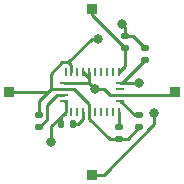
<source format=gtl>
%TF.GenerationSoftware,KiCad,Pcbnew,7.0.5-1.fc38*%
%TF.CreationDate,2023-07-07T14:23:31-04:00*%
%TF.ProjectId,bno085-i2c-board-v3-large,626e6f30-3835-42d6-9932-632d626f6172,rev?*%
%TF.SameCoordinates,Original*%
%TF.FileFunction,Copper,L1,Top*%
%TF.FilePolarity,Positive*%
%FSLAX46Y46*%
G04 Gerber Fmt 4.6, Leading zero omitted, Abs format (unit mm)*
G04 Created by KiCad (PCBNEW 7.0.5-1.fc38) date 2023-07-07 14:23:31*
%MOMM*%
%LPD*%
G01*
G04 APERTURE LIST*
G04 Aperture macros list*
%AMRoundRect*
0 Rectangle with rounded corners*
0 $1 Rounding radius*
0 $2 $3 $4 $5 $6 $7 $8 $9 X,Y pos of 4 corners*
0 Add a 4 corners polygon primitive as box body*
4,1,4,$2,$3,$4,$5,$6,$7,$8,$9,$2,$3,0*
0 Add four circle primitives for the rounded corners*
1,1,$1+$1,$2,$3*
1,1,$1+$1,$4,$5*
1,1,$1+$1,$6,$7*
1,1,$1+$1,$8,$9*
0 Add four rect primitives between the rounded corners*
20,1,$1+$1,$2,$3,$4,$5,0*
20,1,$1+$1,$4,$5,$6,$7,0*
20,1,$1+$1,$6,$7,$8,$9,0*
20,1,$1+$1,$8,$9,$2,$3,0*%
G04 Aperture macros list end*
%TA.AperFunction,SMDPad,CuDef*%
%ADD10RoundRect,0.135000X-0.185000X0.135000X-0.185000X-0.135000X0.185000X-0.135000X0.185000X0.135000X0*%
%TD*%
%TA.AperFunction,ComponentPad*%
%ADD11R,0.850000X0.850000*%
%TD*%
%TA.AperFunction,SMDPad,CuDef*%
%ADD12RoundRect,0.135000X0.185000X-0.135000X0.185000X0.135000X-0.185000X0.135000X-0.185000X-0.135000X0*%
%TD*%
%TA.AperFunction,SMDPad,CuDef*%
%ADD13R,0.254000X0.675000*%
%TD*%
%TA.AperFunction,SMDPad,CuDef*%
%ADD14R,0.675000X0.254000*%
%TD*%
%TA.AperFunction,SMDPad,CuDef*%
%ADD15RoundRect,0.140000X0.140000X0.170000X-0.140000X0.170000X-0.140000X-0.170000X0.140000X-0.170000X0*%
%TD*%
%TA.AperFunction,ViaPad*%
%ADD16C,0.800000*%
%TD*%
%TA.AperFunction,Conductor*%
%ADD17C,0.250000*%
%TD*%
G04 APERTURE END LIST*
D10*
%TO.P,R5,1*%
%TO.N,+3.3V*%
X134500000Y-66240000D03*
%TO.P,R5,2*%
%TO.N,Net-(J2-Pin_1)*%
X134500000Y-67260000D03*
%TD*%
D11*
%TO.P,J4,1,Pin_1*%
%TO.N,GND*%
X137000000Y-70000000D03*
%TD*%
D10*
%TO.P,R2,1*%
%TO.N,Net-(U1-ENV_SDA)*%
X134000000Y-71990000D03*
%TO.P,R2,2*%
%TO.N,+3.3V*%
X134000000Y-73010000D03*
%TD*%
D12*
%TO.P,R1,1*%
%TO.N,+3.3V*%
X132250000Y-74010000D03*
%TO.P,R1,2*%
%TO.N,Net-(U1-ENV_SCL)*%
X132250000Y-72990000D03*
%TD*%
D11*
%TO.P,J3,1,Pin_1*%
%TO.N,+3.3V*%
X123000000Y-70000000D03*
%TD*%
D12*
%TO.P,R3,1*%
%TO.N,Net-(U1-BOOTN)*%
X125500000Y-73010000D03*
%TO.P,R3,2*%
%TO.N,+3.3V*%
X125500000Y-71990000D03*
%TD*%
D11*
%TO.P,J2,1,Pin_1*%
%TO.N,Net-(J2-Pin_1)*%
X130000000Y-77000000D03*
%TD*%
D12*
%TO.P,R4,1*%
%TO.N,Net-(J1-Pin_1)*%
X132750000Y-66260000D03*
%TO.P,R4,2*%
%TO.N,+3.3V*%
X132750000Y-65240000D03*
%TD*%
D13*
%TO.P,U1,1,RESV_NC*%
%TO.N,unconnected-(U1-RESV_NC-Pad1)*%
X127750000Y-68337500D03*
D14*
%TO.P,U1,2,GND*%
%TO.N,GND*%
X127612500Y-69250000D03*
%TO.P,U1,3,VDD*%
%TO.N,+3.3V*%
X127612500Y-69750000D03*
%TO.P,U1,4,BOOTN*%
%TO.N,Net-(U1-BOOTN)*%
X127612500Y-70250000D03*
%TO.P,U1,5,PS1*%
%TO.N,GND*%
X127612500Y-70750000D03*
D13*
%TO.P,U1,6,PS0/WAKE*%
X127750000Y-71662500D03*
%TO.P,U1,7,RESV_NC*%
%TO.N,unconnected-(U1-RESV_NC-Pad7)*%
X128250000Y-71662500D03*
%TO.P,U1,8,RESV_NC*%
%TO.N,unconnected-(U1-RESV_NC-Pad8)*%
X128750000Y-71662500D03*
%TO.P,U1,9,CAP*%
%TO.N,Net-(U1-CAP)*%
X129250000Y-71662500D03*
%TO.P,U1,10,CLKSEL0*%
%TO.N,+3.3V*%
X129750000Y-71662500D03*
%TO.P,U1,11,NRST*%
%TO.N,unconnected-(U1-NRST-Pad11)*%
X130250000Y-71662500D03*
%TO.P,U1,12,RESV_NC*%
%TO.N,unconnected-(U1-RESV_NC-Pad12)*%
X130750000Y-71662500D03*
%TO.P,U1,13,RESV_NC*%
%TO.N,unconnected-(U1-RESV_NC-Pad13)*%
X131250000Y-71662500D03*
%TO.P,U1,14,H_INTN*%
%TO.N,unconnected-(U1-H_INTN-Pad14)*%
X131750000Y-71662500D03*
%TO.P,U1,15,ENV_SCL*%
%TO.N,Net-(U1-ENV_SCL)*%
X132250000Y-71662500D03*
D14*
%TO.P,U1,16,ENV_SDA*%
%TO.N,Net-(U1-ENV_SDA)*%
X132387500Y-70750000D03*
%TO.P,U1,17,SA0/H_MOSI*%
%TO.N,GND*%
X132387500Y-70250000D03*
%TO.P,U1,18,H_CSN*%
%TO.N,unconnected-(U1-H_CSN-Pad18)*%
X132387500Y-69750000D03*
%TO.P,U1,19,H_SCL/SCK/RX*%
%TO.N,Net-(J2-Pin_1)*%
X132387500Y-69250000D03*
D13*
%TO.P,U1,20,H_SDA/H_MISO/TX*%
%TO.N,Net-(J1-Pin_1)*%
X132250000Y-68337500D03*
%TO.P,U1,21,RESV_NC*%
%TO.N,unconnected-(U1-RESV_NC-Pad21)*%
X131750000Y-68337500D03*
%TO.P,U1,22,RESV_NC*%
%TO.N,unconnected-(U1-RESV_NC-Pad22)*%
X131250000Y-68337500D03*
%TO.P,U1,23,RESV_NC*%
%TO.N,unconnected-(U1-RESV_NC-Pad23)*%
X130750000Y-68337500D03*
%TO.P,U1,24,RESV_NC*%
%TO.N,unconnected-(U1-RESV_NC-Pad24)*%
X130250000Y-68337500D03*
%TO.P,U1,25,GNDIO*%
%TO.N,GND*%
X129750000Y-68337500D03*
%TO.P,U1,26,XOUT32/CLKSEL1*%
X129250000Y-68337500D03*
%TO.P,U1,27,XIN32*%
%TO.N,unconnected-(U1-XIN32-Pad27)*%
X128750000Y-68337500D03*
%TO.P,U1,28,VDDIO*%
%TO.N,+3.3V*%
X128250000Y-68337500D03*
%TD*%
D11*
%TO.P,J1,1,Pin_1*%
%TO.N,Net-(J1-Pin_1)*%
X130000000Y-63000000D03*
%TD*%
D15*
%TO.P,C1,1*%
%TO.N,Net-(U1-CAP)*%
X128367238Y-72746447D03*
%TO.P,C1,2*%
%TO.N,GND*%
X127407238Y-72746447D03*
%TD*%
D16*
%TO.N,GND*%
X130250000Y-69750000D03*
X126500000Y-74250000D03*
%TO.N,Net-(J2-Pin_1)*%
X135250000Y-71750000D03*
X134000000Y-69250000D03*
%TO.N,+3.3V*%
X130500000Y-65500000D03*
X132500000Y-64250000D03*
%TD*%
D17*
%TO.N,Net-(U1-CAP)*%
X128367238Y-72746447D02*
X128780553Y-72746447D01*
X128780553Y-72746447D02*
X129250000Y-72277000D01*
X129250000Y-72277000D02*
X129250000Y-71662500D01*
%TO.N,GND*%
X129750000Y-69250000D02*
X127612500Y-69250000D01*
X130250000Y-69750000D02*
X129750000Y-69250000D01*
X137000000Y-70000000D02*
X136750000Y-70250000D01*
X131000000Y-69750000D02*
X131500000Y-70250000D01*
X129750000Y-68837500D02*
X129250000Y-68337500D01*
X132387500Y-70250000D02*
X131500000Y-70250000D01*
X127750000Y-70887500D02*
X127612500Y-70750000D01*
X126500000Y-72912500D02*
X126500000Y-74250000D01*
X127407238Y-72005262D02*
X127581250Y-71831250D01*
X130250000Y-69750000D02*
X131000000Y-69750000D01*
X136750000Y-70250000D02*
X132387500Y-70250000D01*
X127581250Y-71831250D02*
X126500000Y-72912500D01*
X127581250Y-71831250D02*
X127750000Y-71662500D01*
X129750000Y-69250000D02*
X129750000Y-68337500D01*
X127407238Y-72746447D02*
X127407238Y-72005262D01*
X129750000Y-69250000D02*
X129750000Y-68837500D01*
X127750000Y-71662500D02*
X127750000Y-70887500D01*
%TO.N,Net-(J1-Pin_1)*%
X132750000Y-66260000D02*
X132750000Y-67837500D01*
X130000000Y-63000000D02*
X130000000Y-63510000D01*
X132750000Y-67837500D02*
X132250000Y-68337500D01*
X130000000Y-63510000D02*
X132750000Y-66260000D01*
%TO.N,Net-(J2-Pin_1)*%
X132387500Y-69250000D02*
X134000000Y-69250000D01*
X134500000Y-67260000D02*
X132510000Y-69250000D01*
X132510000Y-69250000D02*
X132387500Y-69250000D01*
X130980538Y-77000000D02*
X130000000Y-77000000D01*
X135250000Y-71750000D02*
X135250000Y-72730538D01*
X135250000Y-72730538D02*
X130980538Y-77000000D01*
%TO.N,+3.3V*%
X128250000Y-68337500D02*
X128250000Y-67750000D01*
X131483000Y-74010000D02*
X129750000Y-72277000D01*
X133500000Y-65240000D02*
X134500000Y-66240000D01*
X132750000Y-65240000D02*
X132750000Y-64500000D01*
X132750000Y-64500000D02*
X132500000Y-64250000D01*
X130000000Y-65500000D02*
X128000000Y-67500000D01*
X132750000Y-65240000D02*
X133500000Y-65240000D01*
X127473000Y-67500000D02*
X126500000Y-68473000D01*
X125500000Y-71990000D02*
X125500000Y-70750000D01*
X125500000Y-70750000D02*
X126500000Y-69750000D01*
X128250000Y-67750000D02*
X128000000Y-67500000D01*
X132250000Y-74010000D02*
X131483000Y-74010000D01*
X128452000Y-69750000D02*
X127612500Y-69750000D01*
X126250000Y-70000000D02*
X126500000Y-69750000D01*
X123000000Y-70000000D02*
X126250000Y-70000000D01*
X133000000Y-74010000D02*
X134000000Y-73010000D01*
X129750000Y-71048000D02*
X128452000Y-69750000D01*
X129750000Y-71662500D02*
X129750000Y-71048000D01*
X126500000Y-69750000D02*
X127612500Y-69750000D01*
X126500000Y-68473000D02*
X126500000Y-69750000D01*
X128000000Y-67500000D02*
X127473000Y-67500000D01*
X129750000Y-72277000D02*
X129750000Y-71662500D01*
X132250000Y-74010000D02*
X133000000Y-74010000D01*
X130500000Y-65500000D02*
X130000000Y-65500000D01*
%TO.N,Net-(U1-ENV_SCL)*%
X132250000Y-72990000D02*
X132250000Y-71662500D01*
%TO.N,Net-(U1-ENV_SDA)*%
X134000000Y-71990000D02*
X133627500Y-71990000D01*
X133627500Y-71990000D02*
X132387500Y-70750000D01*
%TO.N,Net-(U1-BOOTN)*%
X127612500Y-70250000D02*
X126998000Y-70250000D01*
X126998000Y-70250000D02*
X126145000Y-71103000D01*
X126145000Y-71103000D02*
X126145000Y-72365000D01*
X126145000Y-72365000D02*
X125500000Y-73010000D01*
%TD*%
M02*

</source>
